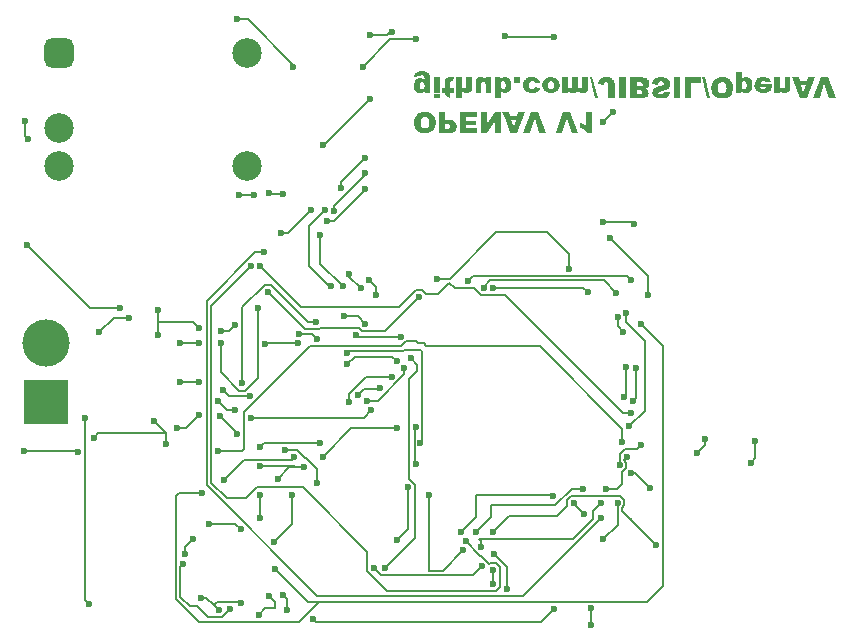
<source format=gbr>
%TF.GenerationSoftware,KiCad,Pcbnew,8.0.5*%
%TF.CreationDate,2024-10-19T16:38:56-04:00*%
%TF.ProjectId,emerald_pcb,656d6572-616c-4645-9f70-63622e6b6963,rev?*%
%TF.SameCoordinates,Original*%
%TF.FileFunction,Copper,L2,Bot*%
%TF.FilePolarity,Positive*%
%FSLAX46Y46*%
G04 Gerber Fmt 4.6, Leading zero omitted, Abs format (unit mm)*
G04 Created by KiCad (PCBNEW 8.0.5) date 2024-10-19 16:38:56*
%MOMM*%
%LPD*%
G01*
G04 APERTURE LIST*
G04 Aperture macros list*
%AMRoundRect*
0 Rectangle with rounded corners*
0 $1 Rounding radius*
0 $2 $3 $4 $5 $6 $7 $8 $9 X,Y pos of 4 corners*
0 Add a 4 corners polygon primitive as box body*
4,1,4,$2,$3,$4,$5,$6,$7,$8,$9,$2,$3,0*
0 Add four circle primitives for the rounded corners*
1,1,$1+$1,$2,$3*
1,1,$1+$1,$4,$5*
1,1,$1+$1,$6,$7*
1,1,$1+$1,$8,$9*
0 Add four rect primitives between the rounded corners*
20,1,$1+$1,$2,$3,$4,$5,0*
20,1,$1+$1,$4,$5,$6,$7,0*
20,1,$1+$1,$6,$7,$8,$9,0*
20,1,$1+$1,$8,$9,$2,$3,0*%
G04 Aperture macros list end*
%ADD10C,0.312500*%
%TA.AperFunction,NonConductor*%
%ADD11C,0.312500*%
%TD*%
%TA.AperFunction,ComponentPad*%
%ADD12R,3.800000X3.800000*%
%TD*%
%TA.AperFunction,ComponentPad*%
%ADD13C,4.000000*%
%TD*%
%TA.AperFunction,ComponentPad*%
%ADD14RoundRect,0.625000X-0.625000X-0.625000X0.625000X-0.625000X0.625000X0.625000X-0.625000X0.625000X0*%
%TD*%
%TA.AperFunction,ComponentPad*%
%ADD15C,2.500000*%
%TD*%
%TA.AperFunction,ViaPad*%
%ADD16C,0.600000*%
%TD*%
%TA.AperFunction,Conductor*%
%ADD17C,0.200000*%
%TD*%
G04 APERTURE END LIST*
D10*
D11*
G36*
X74080044Y-44710569D02*
G01*
X74167409Y-44715359D01*
X74265994Y-44728131D01*
X74357757Y-44748568D01*
X74442698Y-44776668D01*
X74533173Y-44819137D01*
X74580878Y-44847741D01*
X74657386Y-44904322D01*
X74725018Y-44969208D01*
X74783774Y-45042397D01*
X74833653Y-45123891D01*
X74858096Y-45174654D01*
X74888650Y-45257236D01*
X74911871Y-45347541D01*
X74927760Y-45445570D01*
X74935398Y-45533161D01*
X74937944Y-45626115D01*
X74937712Y-45652272D01*
X74932132Y-45753234D01*
X74919112Y-45848333D01*
X74898653Y-45937568D01*
X74870753Y-46020939D01*
X74825416Y-46116907D01*
X74768455Y-46203714D01*
X74699869Y-46281358D01*
X74669321Y-46309721D01*
X74586057Y-46372624D01*
X74492942Y-46424091D01*
X74411357Y-46457029D01*
X74323468Y-46482648D01*
X74229274Y-46500947D01*
X74128775Y-46511927D01*
X74021973Y-46515586D01*
X73969067Y-46514655D01*
X73867674Y-46507202D01*
X73772171Y-46492295D01*
X73682559Y-46469935D01*
X73598837Y-46440123D01*
X73521006Y-46402856D01*
X73432000Y-46345793D01*
X73352198Y-46277083D01*
X73323109Y-46246584D01*
X73258599Y-46163865D01*
X73205818Y-46071899D01*
X73172038Y-45991670D01*
X73145765Y-45905524D01*
X73126998Y-45813461D01*
X73115738Y-45715480D01*
X73111985Y-45611583D01*
X73656524Y-45611583D01*
X73656913Y-45644069D01*
X73662749Y-45734494D01*
X73678407Y-45826658D01*
X73707973Y-45914407D01*
X73756114Y-45990709D01*
X73775435Y-46011180D01*
X73848030Y-46064875D01*
X73933231Y-46096197D01*
X74020690Y-46105258D01*
X74052280Y-46104267D01*
X74139521Y-46089390D01*
X74223211Y-46051924D01*
X74292960Y-45992418D01*
X74305123Y-45977799D01*
X74350147Y-45899285D01*
X74376828Y-45812010D01*
X74389874Y-45722145D01*
X74393405Y-45635091D01*
X74393029Y-45599508D01*
X74387394Y-45501093D01*
X74372274Y-45402078D01*
X74343723Y-45309754D01*
X74297234Y-45232457D01*
X74278504Y-45212444D01*
X74205975Y-45159950D01*
X74117919Y-45129330D01*
X74025392Y-45120471D01*
X73994043Y-45121478D01*
X73907523Y-45136580D01*
X73824634Y-45174614D01*
X73755687Y-45235021D01*
X73743679Y-45249916D01*
X73699230Y-45331199D01*
X73672890Y-45423035D01*
X73660010Y-45518512D01*
X73656524Y-45611583D01*
X73111985Y-45611583D01*
X73113052Y-45555099D01*
X73119572Y-45464949D01*
X73135219Y-45363354D01*
X73159402Y-45268941D01*
X73192120Y-45181712D01*
X73233374Y-45101665D01*
X73264876Y-45052511D01*
X73325566Y-44974719D01*
X73393332Y-44907400D01*
X73468176Y-44850552D01*
X73550095Y-44804177D01*
X73600538Y-44782138D01*
X73682238Y-44754589D01*
X73771181Y-44733652D01*
X73867367Y-44719326D01*
X73953054Y-44712439D01*
X74043771Y-44710143D01*
X74080044Y-44710569D01*
G37*
G36*
X75764584Y-45394023D02*
G01*
X76062500Y-45394023D01*
X76122801Y-45395327D01*
X76216693Y-45403293D01*
X76302320Y-45418501D01*
X76394163Y-45446311D01*
X76474105Y-45484548D01*
X76552329Y-45542340D01*
X76606945Y-45602016D01*
X76656383Y-45681893D01*
X76690440Y-45772815D01*
X76707390Y-45859539D01*
X76713040Y-45954377D01*
X76709440Y-46031527D01*
X76695616Y-46116558D01*
X76666383Y-46205353D01*
X76623037Y-46282940D01*
X76565579Y-46349318D01*
X76556244Y-46357865D01*
X76482765Y-46410093D01*
X76395051Y-46449026D01*
X76308538Y-46471817D01*
X76211566Y-46484840D01*
X76122766Y-46488231D01*
X75217480Y-46488231D01*
X75217480Y-46132614D01*
X75764584Y-46132614D01*
X75919740Y-46132614D01*
X75956365Y-46131732D01*
X76047967Y-46118509D01*
X76127468Y-46076194D01*
X76163444Y-46026608D01*
X76183033Y-45939418D01*
X76170843Y-45872215D01*
X76119347Y-45802642D01*
X76076085Y-45777021D01*
X75987333Y-45754817D01*
X75897941Y-45749641D01*
X75764584Y-45749641D01*
X75764584Y-46132614D01*
X75217480Y-46132614D01*
X75217480Y-44737499D01*
X75764584Y-44737499D01*
X75764584Y-45394023D01*
G37*
G36*
X76986592Y-46488231D02*
G01*
X78445821Y-46488231D01*
X78445821Y-46077903D01*
X77532414Y-46077903D01*
X77532414Y-45831706D01*
X78379998Y-45831706D01*
X78379998Y-45476089D01*
X77532414Y-45476089D01*
X77532414Y-45147826D01*
X78472322Y-45147826D01*
X78472322Y-44737499D01*
X76986592Y-44737499D01*
X76986592Y-46488231D01*
G37*
G36*
X78759124Y-46488231D02*
G01*
X79267759Y-46488231D01*
X79931550Y-45501734D01*
X79931550Y-46488231D01*
X80444460Y-46488231D01*
X80444460Y-44737499D01*
X79931550Y-44737499D01*
X79271179Y-45718866D01*
X79271179Y-44737499D01*
X78759124Y-44737499D01*
X78759124Y-46488231D01*
G37*
G36*
X81235624Y-45038406D02*
G01*
X81855818Y-45038406D01*
X81942158Y-44737499D01*
X82511915Y-44737499D01*
X81849834Y-46488231D01*
X81255713Y-46488231D01*
X80852257Y-45421378D01*
X81353166Y-45421378D01*
X81546789Y-46041145D01*
X81741695Y-45421378D01*
X81353166Y-45421378D01*
X80852257Y-45421378D01*
X80593632Y-44737499D01*
X81150139Y-44737499D01*
X81235624Y-45038406D01*
G37*
G36*
X82366591Y-46488231D02*
G01*
X82936348Y-46488231D01*
X83332998Y-45228182D01*
X83723665Y-46488231D01*
X84276753Y-46488231D01*
X83622793Y-44737499D01*
X83032519Y-44737499D01*
X82366591Y-46488231D01*
G37*
G36*
X85088433Y-46488231D02*
G01*
X85658190Y-46488231D01*
X86054841Y-45228182D01*
X86445507Y-46488231D01*
X86998595Y-46488231D01*
X86344635Y-44737499D01*
X85754361Y-44737499D01*
X85088433Y-46488231D01*
G37*
G36*
X88197522Y-46515586D02*
G01*
X88197522Y-44737499D01*
X87702137Y-44737499D01*
X87702137Y-45901804D01*
X87627821Y-45847032D01*
X87555009Y-45799189D01*
X87476651Y-45754564D01*
X87469617Y-45750923D01*
X87385616Y-45711808D01*
X87297593Y-45677214D01*
X87208880Y-45646864D01*
X87187944Y-45640220D01*
X87187944Y-46050548D01*
X87277774Y-46081328D01*
X87359729Y-46114361D01*
X87445392Y-46155749D01*
X87520337Y-46200205D01*
X87576046Y-46240752D01*
X87641335Y-46299764D01*
X87699145Y-46365240D01*
X87749474Y-46437181D01*
X87792323Y-46515586D01*
X88197522Y-46515586D01*
G37*
G36*
X73825824Y-41278016D02*
G01*
X73915537Y-41282017D01*
X74008160Y-41292094D01*
X74093353Y-41308097D01*
X74148199Y-41323007D01*
X74232037Y-41357037D01*
X74308347Y-41405977D01*
X74343924Y-41437527D01*
X74401312Y-41506756D01*
X74444269Y-41582931D01*
X74466708Y-41638363D01*
X74488347Y-41724215D01*
X74495560Y-41813313D01*
X74494277Y-41870161D01*
X74494277Y-43083193D01*
X74036078Y-43083193D01*
X74036078Y-42908803D01*
X73998625Y-42953169D01*
X73931566Y-43015519D01*
X73854849Y-43063531D01*
X73782277Y-43090300D01*
X73697380Y-43105957D01*
X73609508Y-43110548D01*
X73552553Y-43108097D01*
X73459568Y-43092012D01*
X73375092Y-43060915D01*
X73299124Y-43014805D01*
X73231664Y-42953683D01*
X73214221Y-42933519D01*
X73162034Y-42854188D01*
X73128274Y-42775348D01*
X73104642Y-42686500D01*
X73091138Y-42587645D01*
X73087622Y-42497621D01*
X73088580Y-42469838D01*
X73575741Y-42469838D01*
X73578420Y-42538580D01*
X73593457Y-42628174D01*
X73631734Y-42709623D01*
X73697130Y-42764120D01*
X73781332Y-42782286D01*
X73787155Y-42782209D01*
X73872707Y-42760090D01*
X73939907Y-42703639D01*
X73974168Y-42647640D01*
X73998531Y-42562369D01*
X74004876Y-42476249D01*
X74002697Y-42423245D01*
X73985266Y-42332925D01*
X73942899Y-42253988D01*
X73873656Y-42198851D01*
X73789881Y-42180471D01*
X73703007Y-42198209D01*
X73634726Y-42251424D01*
X73608920Y-42291842D01*
X73582711Y-42377692D01*
X73575741Y-42469838D01*
X73088580Y-42469838D01*
X73090356Y-42418370D01*
X73100854Y-42329853D01*
X73123054Y-42235661D01*
X73155972Y-42151246D01*
X73199607Y-42076607D01*
X73219654Y-42049434D01*
X73284424Y-41978433D01*
X73356136Y-41923210D01*
X73434791Y-41883765D01*
X73520388Y-41860098D01*
X73612927Y-41852209D01*
X73693144Y-41857969D01*
X73777237Y-41877611D01*
X73856987Y-41911194D01*
X73866016Y-41916127D01*
X73938251Y-41968460D01*
X74001456Y-42033010D01*
X74001456Y-41848362D01*
X74001251Y-41831848D01*
X73989904Y-41739888D01*
X73948883Y-41659868D01*
X73878279Y-41617846D01*
X73790736Y-41606012D01*
X73737842Y-41609750D01*
X73654815Y-41637642D01*
X73648011Y-41641957D01*
X73599677Y-41715433D01*
X73125235Y-41770143D01*
X73122670Y-41704747D01*
X73129543Y-41623260D01*
X73154226Y-41539398D01*
X73203454Y-41456868D01*
X73266285Y-41394009D01*
X73317050Y-41360517D01*
X73407897Y-41323164D01*
X73504127Y-41300003D01*
X73597267Y-41286946D01*
X73702179Y-41279566D01*
X73794583Y-41277750D01*
X73825824Y-41278016D01*
G37*
G36*
X74798604Y-43548231D02*
G01*
X75288005Y-43548231D01*
X75288005Y-43219969D01*
X74798604Y-43219969D01*
X74798604Y-43548231D01*
G37*
G36*
X74798604Y-43083193D02*
G01*
X75288005Y-43083193D01*
X75288005Y-41797499D01*
X74798604Y-41797499D01*
X74798604Y-43083193D01*
G37*
G36*
X76186453Y-43548231D02*
G01*
X76186453Y-43083193D01*
X76455730Y-43083193D01*
X76455730Y-42727575D01*
X76186453Y-42727575D01*
X76186453Y-42253988D01*
X76193264Y-42167017D01*
X76202267Y-42141148D01*
X76279079Y-42098573D01*
X76286470Y-42098406D01*
X76375931Y-42112396D01*
X76437779Y-42130890D01*
X76473682Y-41807757D01*
X76384377Y-41791301D01*
X76298118Y-41779547D01*
X76204716Y-41771943D01*
X76134734Y-41770143D01*
X76049276Y-41773082D01*
X75959358Y-41785020D01*
X75876251Y-41811467D01*
X75865029Y-41817160D01*
X75793947Y-41872439D01*
X75745397Y-41943522D01*
X75737229Y-41961202D01*
X75711964Y-42050421D01*
X75700668Y-42139345D01*
X75696133Y-42234226D01*
X75695769Y-42273650D01*
X75695769Y-42727575D01*
X75515823Y-42727575D01*
X75515823Y-43083193D01*
X75695769Y-43083193D01*
X75695769Y-43307591D01*
X76186453Y-43548231D01*
G37*
G36*
X76683548Y-43548231D02*
G01*
X77172950Y-43548231D01*
X77172950Y-42914360D01*
X77235068Y-42974458D01*
X77303109Y-43026971D01*
X77370847Y-43065241D01*
X77456995Y-43094576D01*
X77547035Y-43108380D01*
X77604221Y-43110548D01*
X77698709Y-43102908D01*
X77782564Y-43079987D01*
X77864193Y-43035937D01*
X77918379Y-42988305D01*
X77973959Y-42909403D01*
X78008093Y-42821841D01*
X78026170Y-42731769D01*
X78032907Y-42644570D01*
X78033356Y-42613453D01*
X78033356Y-41797499D01*
X77541817Y-41797499D01*
X77541817Y-42505742D01*
X77534481Y-42592590D01*
X77500100Y-42673944D01*
X77497365Y-42677139D01*
X77423559Y-42721616D01*
X77372557Y-42727575D01*
X77287505Y-42708395D01*
X77228087Y-42659615D01*
X77190396Y-42579533D01*
X77175588Y-42487685D01*
X77172950Y-42415982D01*
X77172950Y-41797499D01*
X76683548Y-41797499D01*
X76683548Y-43548231D01*
G37*
G36*
X79661418Y-41797499D02*
G01*
X79204501Y-41797499D01*
X79204501Y-42005654D01*
X79146903Y-41939789D01*
X79082589Y-41880166D01*
X79011458Y-41831070D01*
X78998482Y-41823999D01*
X78913852Y-41791181D01*
X78824446Y-41774403D01*
X78742882Y-41770143D01*
X78647432Y-41777730D01*
X78562829Y-41800490D01*
X78480614Y-41844233D01*
X78426160Y-41891532D01*
X78370786Y-41970399D01*
X78336779Y-42057875D01*
X78318769Y-42147827D01*
X78312057Y-42234891D01*
X78311610Y-42265956D01*
X78311610Y-43083193D01*
X78803148Y-43083193D01*
X78803148Y-42375805D01*
X78810485Y-42289092D01*
X78844866Y-42207227D01*
X78847601Y-42203980D01*
X78921407Y-42159126D01*
X78972409Y-42153116D01*
X79056793Y-42172176D01*
X79116024Y-42220649D01*
X79154300Y-42300731D01*
X79169337Y-42392579D01*
X79172016Y-42464281D01*
X79172016Y-43083193D01*
X79661418Y-43083193D01*
X79661418Y-41797499D01*
G37*
G36*
X80839242Y-41770452D02*
G01*
X80929327Y-41781263D01*
X81014153Y-41807518D01*
X81093719Y-41849217D01*
X81123759Y-41870248D01*
X81191496Y-41933869D01*
X81243465Y-42004618D01*
X81286915Y-42088147D01*
X81291201Y-42098214D01*
X81320594Y-42182229D01*
X81341277Y-42272443D01*
X81353252Y-42368854D01*
X81356585Y-42458298D01*
X81355244Y-42516150D01*
X81347048Y-42606828D01*
X81327379Y-42706164D01*
X81296980Y-42795162D01*
X81255852Y-42873821D01*
X81203995Y-42942143D01*
X81164591Y-42981613D01*
X81089593Y-43038022D01*
X81006905Y-43078314D01*
X80916526Y-43102490D01*
X80818457Y-43110548D01*
X80783552Y-43109703D01*
X80697387Y-43099594D01*
X80612011Y-43075927D01*
X80589030Y-43066830D01*
X80513541Y-43026369D01*
X80445743Y-42972490D01*
X80445743Y-43548231D01*
X79951639Y-43548231D01*
X79951639Y-42448467D01*
X80441896Y-42448467D01*
X80445823Y-42527300D01*
X80464046Y-42618161D01*
X80504727Y-42699365D01*
X80512778Y-42709406D01*
X80582314Y-42764066D01*
X80668004Y-42782286D01*
X80744726Y-42762410D01*
X80809054Y-42702785D01*
X80844737Y-42630476D01*
X80862979Y-42541911D01*
X80867611Y-42453596D01*
X80867553Y-42441683D01*
X80862878Y-42354161D01*
X80846515Y-42264218D01*
X80807772Y-42179616D01*
X80745874Y-42121326D01*
X80660737Y-42098406D01*
X80654839Y-42098486D01*
X80569207Y-42121687D01*
X80503872Y-42180899D01*
X80496368Y-42191661D01*
X80461506Y-42272925D01*
X80445769Y-42362501D01*
X80441896Y-42448467D01*
X79951639Y-42448467D01*
X79951639Y-41797499D01*
X80409412Y-41797499D01*
X80409412Y-41969751D01*
X80444499Y-41931313D01*
X80511698Y-41869042D01*
X80585083Y-41821007D01*
X80646914Y-41796420D01*
X80734720Y-41776154D01*
X80820594Y-41770143D01*
X80839242Y-41770452D01*
G37*
G36*
X81583121Y-42289892D02*
G01*
X82105861Y-42289892D01*
X82105861Y-41797499D01*
X81583121Y-41797499D01*
X81583121Y-42289892D01*
G37*
G36*
X83349241Y-42289892D02*
G01*
X83814706Y-42235182D01*
X83785822Y-42150164D01*
X83747253Y-42072493D01*
X83693643Y-41995540D01*
X83688189Y-41988985D01*
X83622191Y-41923033D01*
X83552200Y-41872543D01*
X83472692Y-41831070D01*
X83464218Y-41827418D01*
X83381673Y-41799732D01*
X83287429Y-41781106D01*
X83193837Y-41772157D01*
X83117576Y-41770143D01*
X83031817Y-41771964D01*
X82941771Y-41778502D01*
X82850623Y-41791541D01*
X82778628Y-41808184D01*
X82697885Y-41836551D01*
X82617552Y-41878361D01*
X82546109Y-41931283D01*
X82484303Y-41993245D01*
X82432295Y-42062176D01*
X82393518Y-42130890D01*
X82362126Y-42218482D01*
X82346134Y-42303296D01*
X82339242Y-42388621D01*
X82338381Y-42434789D01*
X82342601Y-42529597D01*
X82355264Y-42616124D01*
X82379599Y-42703568D01*
X82405914Y-42764334D01*
X82451777Y-42839504D01*
X82509491Y-42908044D01*
X82540125Y-42937441D01*
X82610358Y-42993185D01*
X82687728Y-43038860D01*
X82715797Y-43051563D01*
X82802696Y-43080076D01*
X82890612Y-43097588D01*
X82975778Y-43106862D01*
X83068634Y-43110490D01*
X83082527Y-43110548D01*
X83176546Y-43107824D01*
X83263323Y-43099654D01*
X83357896Y-43082659D01*
X83442040Y-43057819D01*
X83527028Y-43018927D01*
X83559106Y-42998990D01*
X83626230Y-42945254D01*
X83683986Y-42881660D01*
X83732375Y-42808208D01*
X83771396Y-42724897D01*
X83789488Y-42672865D01*
X83329152Y-42618154D01*
X83293403Y-42697150D01*
X83250078Y-42740825D01*
X83168709Y-42775443D01*
X83097060Y-42782286D01*
X83006050Y-42767613D01*
X82930277Y-42723595D01*
X82900444Y-42693381D01*
X82854603Y-42614161D01*
X82832564Y-42528492D01*
X82825291Y-42436116D01*
X82825218Y-42424958D01*
X82832480Y-42332294D01*
X82857247Y-42247719D01*
X82899590Y-42181326D01*
X82967065Y-42127638D01*
X83054721Y-42100430D01*
X83089794Y-42098406D01*
X83178271Y-42110160D01*
X83251360Y-42145422D01*
X83311555Y-42209612D01*
X83349241Y-42289892D01*
G37*
G36*
X84805020Y-41774756D02*
G01*
X84901957Y-41788593D01*
X84991568Y-41811654D01*
X85073854Y-41843941D01*
X85162927Y-41894861D01*
X85241451Y-41959065D01*
X85287232Y-42007965D01*
X85344459Y-42087576D01*
X85387951Y-42174701D01*
X85417709Y-42269339D01*
X85432015Y-42353943D01*
X85436784Y-42443765D01*
X85436168Y-42476351D01*
X85426927Y-42570203D01*
X85406596Y-42658194D01*
X85375175Y-42740325D01*
X85332664Y-42816595D01*
X85279064Y-42887005D01*
X85227192Y-42939398D01*
X85154106Y-42995065D01*
X85071858Y-43039818D01*
X84980448Y-43073655D01*
X84879876Y-43096577D01*
X84792822Y-43107055D01*
X84699904Y-43110548D01*
X84598421Y-43105904D01*
X84503680Y-43091973D01*
X84415681Y-43068755D01*
X84334422Y-43036250D01*
X84245810Y-42984984D01*
X84166905Y-42920344D01*
X84131691Y-42883775D01*
X84071654Y-42805206D01*
X84025472Y-42719394D01*
X83993145Y-42626339D01*
X83974672Y-42526041D01*
X83970070Y-42440773D01*
X84460546Y-42440773D01*
X84466057Y-42530907D01*
X84487761Y-42622061D01*
X84530216Y-42697656D01*
X84548214Y-42717491D01*
X84620361Y-42766087D01*
X84706742Y-42782286D01*
X84725370Y-42781553D01*
X84809945Y-42755914D01*
X84876003Y-42698938D01*
X84917937Y-42624486D01*
X84939375Y-42534695D01*
X84944818Y-42445902D01*
X84944752Y-42434593D01*
X84938181Y-42341600D01*
X84918271Y-42256833D01*
X84876857Y-42180899D01*
X84863784Y-42166156D01*
X84788501Y-42114195D01*
X84703323Y-42098406D01*
X84684000Y-42099142D01*
X84596739Y-42124913D01*
X84529361Y-42182181D01*
X84525127Y-42187506D01*
X84484806Y-42265274D01*
X84465989Y-42349640D01*
X84460546Y-42440773D01*
X83970070Y-42440773D01*
X83969862Y-42436926D01*
X83970773Y-42397969D01*
X83981029Y-42304710D01*
X84002680Y-42217357D01*
X84035726Y-42135910D01*
X84080167Y-42060370D01*
X84136004Y-41990736D01*
X84203236Y-41927008D01*
X84252523Y-41890243D01*
X84333367Y-41844287D01*
X84422505Y-41809360D01*
X84519938Y-41785462D01*
X84607468Y-41773973D01*
X84700758Y-41770143D01*
X84805020Y-41774756D01*
G37*
G36*
X85666311Y-43083193D02*
G01*
X86123229Y-43083193D01*
X86123229Y-42894271D01*
X86185063Y-42960872D01*
X86253371Y-43018900D01*
X86321981Y-43060967D01*
X86403145Y-43091180D01*
X86487789Y-43106626D01*
X86564331Y-43110548D01*
X86653707Y-43105247D01*
X86737556Y-43087170D01*
X86806254Y-43056265D01*
X86877828Y-42998541D01*
X86933154Y-42926626D01*
X86951578Y-42894271D01*
X87014871Y-42958600D01*
X87081389Y-43015167D01*
X87155921Y-43062331D01*
X87161871Y-43065241D01*
X87246581Y-43094576D01*
X87337673Y-43108380D01*
X87396528Y-43110548D01*
X87482158Y-43104678D01*
X87569453Y-43083594D01*
X87654185Y-43041546D01*
X87717524Y-42987877D01*
X87768014Y-42917886D01*
X87804077Y-42830585D01*
X87823800Y-42739996D01*
X87831914Y-42651799D01*
X87832929Y-42604049D01*
X87832929Y-41797499D01*
X87342245Y-41797499D01*
X87342245Y-42530960D01*
X87330341Y-42619039D01*
X87308478Y-42660897D01*
X87241519Y-42716571D01*
X87185807Y-42727575D01*
X87099224Y-42707560D01*
X87046467Y-42664316D01*
X87006716Y-42582358D01*
X86994294Y-42495784D01*
X86993466Y-42462144D01*
X86993466Y-41797499D01*
X86503210Y-41797499D01*
X86503210Y-42504887D01*
X86499160Y-42592586D01*
X86493806Y-42619864D01*
X86446537Y-42691960D01*
X86439523Y-42697656D01*
X86358917Y-42727312D01*
X86349337Y-42727575D01*
X86264075Y-42707289D01*
X86210851Y-42663462D01*
X86172195Y-42585323D01*
X86158310Y-42496846D01*
X86156995Y-42453168D01*
X86156995Y-41797499D01*
X85666311Y-41797499D01*
X85666311Y-43083193D01*
G37*
G36*
X88406106Y-43575586D02*
G01*
X88656149Y-43575586D01*
X88213764Y-41770143D01*
X87966285Y-41770143D01*
X88406106Y-43575586D01*
G37*
G36*
X89559298Y-43548231D02*
G01*
X90104692Y-43548231D01*
X90104692Y-42598493D01*
X90103388Y-42508479D01*
X90098379Y-42409664D01*
X90089614Y-42320886D01*
X90074639Y-42229999D01*
X90051264Y-42142858D01*
X90012623Y-42058855D01*
X89956807Y-41982358D01*
X89892773Y-41920662D01*
X89835842Y-41878282D01*
X89760800Y-41836146D01*
X89677045Y-41804359D01*
X89584578Y-41782921D01*
X89498385Y-41772783D01*
X89421667Y-41770143D01*
X89325872Y-41772638D01*
X89238522Y-41780121D01*
X89147288Y-41795157D01*
X89057094Y-41820655D01*
X89008347Y-41841096D01*
X88931155Y-41886180D01*
X88864512Y-41941609D01*
X88808418Y-42007385D01*
X88781812Y-42048397D01*
X88742025Y-42130439D01*
X88715345Y-42211937D01*
X88696838Y-42301502D01*
X88687351Y-42386490D01*
X89207955Y-42454023D01*
X89212513Y-42367747D01*
X89228471Y-42289037D01*
X89277221Y-42215478D01*
X89293440Y-42202270D01*
X89378764Y-42180493D01*
X89382344Y-42180471D01*
X89465778Y-42199410D01*
X89516556Y-42247577D01*
X89547235Y-42330775D01*
X89557796Y-42417572D01*
X89559298Y-42474112D01*
X89559298Y-43548231D01*
G37*
G36*
X90480399Y-43548231D02*
G01*
X91025793Y-43548231D01*
X91025793Y-41797499D01*
X90480399Y-41797499D01*
X90480399Y-43548231D01*
G37*
G36*
X92414664Y-41800985D02*
G01*
X92502540Y-41810305D01*
X92596153Y-41822289D01*
X92637718Y-41828586D01*
X92723510Y-41848211D01*
X92803026Y-41881701D01*
X92867624Y-41927165D01*
X92928076Y-41987782D01*
X92977416Y-42059510D01*
X93011000Y-42132523D01*
X93033577Y-42219201D01*
X93041102Y-42312546D01*
X93040313Y-42344485D01*
X93028480Y-42434081D01*
X92998677Y-42522688D01*
X92951343Y-42599775D01*
X92914297Y-42640212D01*
X92845430Y-42692020D01*
X92760604Y-42733212D01*
X92671807Y-42760914D01*
X92716506Y-42777499D01*
X92793282Y-42816889D01*
X92861584Y-42873327D01*
X92873385Y-42886850D01*
X92920969Y-42959420D01*
X92949520Y-43040255D01*
X92959036Y-43129355D01*
X92954243Y-43194019D01*
X92929077Y-43283466D01*
X92882340Y-43363851D01*
X92822688Y-43427697D01*
X92786751Y-43455948D01*
X92703777Y-43501148D01*
X92619035Y-43528338D01*
X92522961Y-43543994D01*
X92431594Y-43548231D01*
X91412185Y-43548231D01*
X91412185Y-43192614D01*
X91961427Y-43192614D01*
X92202067Y-43192614D01*
X92209715Y-43192576D01*
X92296080Y-43185169D01*
X92375601Y-43153718D01*
X92399776Y-43129439D01*
X92425610Y-43045579D01*
X92421654Y-43006277D01*
X92375601Y-42931030D01*
X92372400Y-42928610D01*
X92288942Y-42898196D01*
X92198220Y-42891706D01*
X91961427Y-42891706D01*
X91961427Y-43192614D01*
X91412185Y-43192614D01*
X91412185Y-42563444D01*
X91961427Y-42563444D01*
X92237971Y-42563444D01*
X92272418Y-42562703D01*
X92359573Y-42551583D01*
X92438005Y-42516000D01*
X92472907Y-42476410D01*
X92495280Y-42391192D01*
X92485757Y-42328697D01*
X92437578Y-42257408D01*
X92408365Y-42238089D01*
X92326133Y-42213685D01*
X92239253Y-42207826D01*
X91961427Y-42207826D01*
X91961427Y-42563444D01*
X91412185Y-42563444D01*
X91412185Y-41797499D01*
X92352093Y-41797499D01*
X92414664Y-41800985D01*
G37*
G36*
X93220621Y-42392902D02*
G01*
X93738660Y-42426668D01*
X93756091Y-42337290D01*
X93788885Y-42255045D01*
X93807048Y-42227061D01*
X93873473Y-42164033D01*
X93956969Y-42127168D01*
X94047688Y-42116358D01*
X94133608Y-42125246D01*
X94214952Y-42160589D01*
X94227206Y-42170213D01*
X94280025Y-42240345D01*
X94290465Y-42295449D01*
X94264511Y-42377827D01*
X94230198Y-42415982D01*
X94155337Y-42458405D01*
X94072766Y-42486618D01*
X93978251Y-42510901D01*
X93951517Y-42516855D01*
X93865177Y-42537451D01*
X93766269Y-42565526D01*
X93677378Y-42596189D01*
X93598504Y-42629439D01*
X93517080Y-42672756D01*
X93440317Y-42728003D01*
X93380361Y-42789262D01*
X93329871Y-42867788D01*
X93298616Y-42955397D01*
X93286594Y-43052088D01*
X93286444Y-43064814D01*
X93295737Y-43155610D01*
X93323617Y-43242871D01*
X93365090Y-43319131D01*
X93422008Y-43388922D01*
X93494453Y-43448695D01*
X93572930Y-43493925D01*
X93601884Y-43507198D01*
X93688277Y-43537118D01*
X93775880Y-43556286D01*
X93874691Y-43568908D01*
X93968307Y-43574518D01*
X94035293Y-43575586D01*
X94137013Y-43572560D01*
X94230865Y-43563482D01*
X94316848Y-43548351D01*
X94409643Y-43522204D01*
X94491108Y-43487342D01*
X94550340Y-43451633D01*
X94621072Y-43390409D01*
X94678060Y-43315194D01*
X94721303Y-43225990D01*
X94747429Y-43138395D01*
X94761488Y-43057547D01*
X94248150Y-43028482D01*
X94224074Y-43111255D01*
X94174105Y-43184852D01*
X94162238Y-43195178D01*
X94084340Y-43234288D01*
X93995667Y-43247120D01*
X93981437Y-43247324D01*
X93893767Y-43236105D01*
X93838250Y-43207574D01*
X93792669Y-43135028D01*
X93790378Y-43110975D01*
X93830129Y-43036176D01*
X93913029Y-42997228D01*
X94003740Y-42974338D01*
X94012639Y-42972490D01*
X94098698Y-42953536D01*
X94197369Y-42929731D01*
X94286148Y-42905801D01*
X94379623Y-42876920D01*
X94470674Y-42842998D01*
X94523839Y-42818617D01*
X94604179Y-42771884D01*
X94677743Y-42712979D01*
X94734778Y-42646728D01*
X94748665Y-42625421D01*
X94788817Y-42542848D01*
X94812303Y-42453810D01*
X94819190Y-42367256D01*
X94811752Y-42275037D01*
X94789437Y-42186876D01*
X94752246Y-42102772D01*
X94725157Y-42057800D01*
X94666586Y-41983629D01*
X94596183Y-41920276D01*
X94523667Y-41873046D01*
X94463145Y-41843233D01*
X94373653Y-41811256D01*
X94286319Y-41790771D01*
X94190558Y-41777281D01*
X94101771Y-41771285D01*
X94039139Y-41770143D01*
X93931048Y-41772888D01*
X93831598Y-41781123D01*
X93740790Y-41794847D01*
X93639433Y-41819723D01*
X93551579Y-41853176D01*
X93463979Y-41904642D01*
X93416381Y-41945815D01*
X93356755Y-42015188D01*
X93307708Y-42091233D01*
X93269240Y-42173950D01*
X93241351Y-42263338D01*
X93224040Y-42359399D01*
X93220621Y-42392902D01*
G37*
G36*
X95105137Y-43548231D02*
G01*
X95650532Y-43548231D01*
X95650532Y-41797499D01*
X95105137Y-41797499D01*
X95105137Y-43548231D01*
G37*
G36*
X96035642Y-43548231D02*
G01*
X96580181Y-43548231D01*
X96580181Y-42235182D01*
X97429902Y-42235182D01*
X97429902Y-41797499D01*
X96035642Y-41797499D01*
X96035642Y-43548231D01*
G37*
G36*
X97929134Y-43575586D02*
G01*
X98179178Y-43575586D01*
X97736793Y-41770143D01*
X97489314Y-41770143D01*
X97929134Y-43575586D01*
G37*
G36*
X99248537Y-41770569D02*
G01*
X99335902Y-41775359D01*
X99434487Y-41788131D01*
X99526250Y-41808568D01*
X99611190Y-41836668D01*
X99701666Y-41879137D01*
X99749370Y-41907741D01*
X99825879Y-41964322D01*
X99893511Y-42029208D01*
X99952266Y-42102397D01*
X100002145Y-42183891D01*
X100026589Y-42234654D01*
X100057143Y-42317236D01*
X100080364Y-42407541D01*
X100096252Y-42505570D01*
X100103891Y-42593161D01*
X100106437Y-42686115D01*
X100106205Y-42712272D01*
X100100625Y-42813234D01*
X100087605Y-42908333D01*
X100067145Y-42997568D01*
X100039246Y-43080939D01*
X99993909Y-43176907D01*
X99936948Y-43263714D01*
X99868361Y-43341358D01*
X99837814Y-43369721D01*
X99754549Y-43432624D01*
X99661434Y-43484091D01*
X99579849Y-43517029D01*
X99491960Y-43542648D01*
X99397766Y-43560947D01*
X99297268Y-43571927D01*
X99190465Y-43575586D01*
X99137560Y-43574655D01*
X99036167Y-43567202D01*
X98940664Y-43552295D01*
X98851051Y-43529935D01*
X98767330Y-43500123D01*
X98689498Y-43462856D01*
X98600492Y-43405793D01*
X98520690Y-43337083D01*
X98491602Y-43306584D01*
X98427092Y-43223865D01*
X98374311Y-43131899D01*
X98340531Y-43051670D01*
X98314257Y-42965524D01*
X98295491Y-42873461D01*
X98284231Y-42775480D01*
X98280478Y-42671583D01*
X98825017Y-42671583D01*
X98825406Y-42704069D01*
X98831241Y-42794494D01*
X98846900Y-42886658D01*
X98876465Y-42974407D01*
X98924607Y-43050709D01*
X98943927Y-43071180D01*
X99016523Y-43124875D01*
X99101724Y-43156197D01*
X99189183Y-43165258D01*
X99220773Y-43164267D01*
X99308014Y-43149390D01*
X99391704Y-43111924D01*
X99461453Y-43052418D01*
X99473616Y-43037799D01*
X99518640Y-42959285D01*
X99545320Y-42872010D01*
X99558366Y-42782145D01*
X99561898Y-42695091D01*
X99561522Y-42659508D01*
X99555887Y-42561093D01*
X99540766Y-42462078D01*
X99512216Y-42369754D01*
X99465727Y-42292457D01*
X99446996Y-42272444D01*
X99374468Y-42219950D01*
X99286411Y-42189330D01*
X99193885Y-42180471D01*
X99162535Y-42181478D01*
X99076016Y-42196580D01*
X98993127Y-42234614D01*
X98924180Y-42295021D01*
X98912172Y-42309916D01*
X98867723Y-42391199D01*
X98841383Y-42483035D01*
X98828503Y-42578512D01*
X98825017Y-42671583D01*
X98280478Y-42671583D01*
X98281544Y-42615099D01*
X98288064Y-42524949D01*
X98303712Y-42423354D01*
X98327895Y-42328941D01*
X98360613Y-42241712D01*
X98401866Y-42161665D01*
X98433369Y-42112511D01*
X98494059Y-42034719D01*
X98561825Y-41967400D01*
X98636668Y-41910552D01*
X98718588Y-41864177D01*
X98769031Y-41842138D01*
X98850731Y-41814589D01*
X98939674Y-41793652D01*
X99035859Y-41779326D01*
X99121547Y-41772439D01*
X99212264Y-41770143D01*
X99248537Y-41770569D01*
G37*
G36*
X100852721Y-41907347D02*
G01*
X100871307Y-41890878D01*
X100941303Y-41841440D01*
X101018989Y-41804765D01*
X101048598Y-41794791D01*
X101136721Y-41775857D01*
X101225436Y-41770143D01*
X101282417Y-41772775D01*
X101376091Y-41790043D01*
X101462075Y-41823428D01*
X101540369Y-41872930D01*
X101610973Y-41938549D01*
X101646736Y-41983021D01*
X101691441Y-42058620D01*
X101725416Y-42144888D01*
X101748662Y-42241825D01*
X101759838Y-42330756D01*
X101763564Y-42427095D01*
X101762332Y-42480613D01*
X101754801Y-42566169D01*
X101736729Y-42662830D01*
X101708800Y-42752940D01*
X101671013Y-42836499D01*
X101623368Y-42913505D01*
X101566868Y-42980469D01*
X101490619Y-43041083D01*
X101403244Y-43082839D01*
X101319496Y-43103621D01*
X101227573Y-43110548D01*
X101164047Y-43107316D01*
X101074167Y-43090346D01*
X100990779Y-43058830D01*
X100950067Y-43035188D01*
X100879807Y-42977967D01*
X100816390Y-42911368D01*
X100816390Y-43083193D01*
X100358618Y-43083193D01*
X100358618Y-42433079D01*
X100848874Y-42433079D01*
X100853810Y-42528829D01*
X100870874Y-42616184D01*
X100911278Y-42699793D01*
X100915235Y-42704868D01*
X100981803Y-42761662D01*
X101067716Y-42782286D01*
X101147751Y-42761876D01*
X101214323Y-42700647D01*
X101251048Y-42626436D01*
X101269822Y-42535598D01*
X101274590Y-42445047D01*
X101274533Y-42433347D01*
X101270025Y-42347468D01*
X101254247Y-42259428D01*
X101216887Y-42177052D01*
X101156687Y-42120602D01*
X101073700Y-42098406D01*
X101067642Y-42098486D01*
X100979686Y-42121567D01*
X100912561Y-42180471D01*
X100873752Y-42254663D01*
X100853912Y-42344321D01*
X100848874Y-42433079D01*
X100358618Y-42433079D01*
X100358618Y-41305105D01*
X100852721Y-41305105D01*
X100852721Y-41907347D01*
G37*
G36*
X102751203Y-41772314D02*
G01*
X102847935Y-41780649D01*
X102935110Y-41795234D01*
X103024735Y-41820152D01*
X103111235Y-41859048D01*
X103140165Y-41876812D01*
X103213381Y-41934100D01*
X103272756Y-41996061D01*
X103327754Y-42069066D01*
X103378375Y-42153116D01*
X102896240Y-42207826D01*
X102879300Y-42188627D01*
X102810755Y-42132172D01*
X102761267Y-42111596D01*
X102673979Y-42098406D01*
X102646123Y-42099641D01*
X102559250Y-42123425D01*
X102488904Y-42177479D01*
X102485788Y-42180955D01*
X102443929Y-42257286D01*
X102425218Y-42344602D01*
X103406158Y-42344602D01*
X103406158Y-42398458D01*
X103405429Y-42443572D01*
X103399599Y-42528953D01*
X103385428Y-42620398D01*
X103359515Y-42714138D01*
X103323237Y-42796391D01*
X103289468Y-42851218D01*
X103228782Y-42923879D01*
X103156061Y-42985045D01*
X103081315Y-43029765D01*
X103017792Y-43057218D01*
X102933427Y-43082069D01*
X102838017Y-43099188D01*
X102747446Y-43107708D01*
X102648761Y-43110548D01*
X102546799Y-43106009D01*
X102451953Y-43092391D01*
X102364225Y-43069694D01*
X102283613Y-43037919D01*
X102196273Y-42987805D01*
X102119181Y-42924618D01*
X102074302Y-42876339D01*
X102018202Y-42797184D01*
X101975566Y-42709944D01*
X101946395Y-42614620D01*
X101942493Y-42590799D01*
X102426500Y-42590799D01*
X102437152Y-42638392D01*
X102482920Y-42715180D01*
X102501072Y-42730908D01*
X102582229Y-42771211D01*
X102669277Y-42782286D01*
X102750306Y-42773777D01*
X102832126Y-42737833D01*
X102884586Y-42674197D01*
X102908635Y-42590799D01*
X102426500Y-42590799D01*
X101942493Y-42590799D01*
X101932370Y-42529008D01*
X101927695Y-42437781D01*
X101927788Y-42424638D01*
X101933652Y-42335627D01*
X101951524Y-42240311D01*
X101981310Y-42151834D01*
X102023011Y-42070196D01*
X102060657Y-42014507D01*
X102116276Y-41949512D01*
X102186255Y-41889037D01*
X102264078Y-41841951D01*
X102302199Y-41825121D01*
X102388539Y-41798193D01*
X102475131Y-41781994D01*
X102572031Y-41772668D01*
X102663293Y-41770143D01*
X102751203Y-41772314D01*
G37*
G36*
X103621580Y-43083193D02*
G01*
X104077215Y-43083193D01*
X104077215Y-42874609D01*
X104134846Y-42940268D01*
X104199277Y-42999741D01*
X104270633Y-43048768D01*
X104283661Y-43055838D01*
X104368632Y-43089177D01*
X104457822Y-43106220D01*
X104538834Y-43110548D01*
X104634818Y-43102935D01*
X104719742Y-43080094D01*
X104802062Y-43036197D01*
X104856411Y-42988732D01*
X104911991Y-42909970D01*
X104946125Y-42822361D01*
X104964202Y-42732117D01*
X104970939Y-42644672D01*
X104971388Y-42613453D01*
X104971388Y-41797499D01*
X104479849Y-41797499D01*
X104479849Y-42505742D01*
X104472513Y-42592590D01*
X104438132Y-42673944D01*
X104435397Y-42677139D01*
X104361591Y-42721616D01*
X104310589Y-42727575D01*
X104225537Y-42708395D01*
X104166120Y-42659615D01*
X104128428Y-42579533D01*
X104113620Y-42487685D01*
X104110982Y-42415982D01*
X104110982Y-41797499D01*
X103621580Y-41797499D01*
X103621580Y-43083193D01*
G37*
G36*
X105751011Y-42098406D02*
G01*
X106371205Y-42098406D01*
X106457545Y-41797499D01*
X107027302Y-41797499D01*
X106365221Y-43548231D01*
X105771100Y-43548231D01*
X105367644Y-42481378D01*
X105868553Y-42481378D01*
X106062177Y-43101145D01*
X106257083Y-42481378D01*
X105868553Y-42481378D01*
X105367644Y-42481378D01*
X105109019Y-41797499D01*
X105665526Y-41797499D01*
X105751011Y-42098406D01*
G37*
G36*
X106881978Y-43548231D02*
G01*
X107451735Y-43548231D01*
X107848386Y-42288182D01*
X108239052Y-43548231D01*
X108792140Y-43548231D01*
X108138180Y-41797499D01*
X107547906Y-41797499D01*
X106881978Y-43548231D01*
G37*
D12*
%TO.P,PWR,1*%
%TO.N,GND*%
X41960800Y-69312800D03*
D13*
%TO.P,PWR,2*%
%TO.N,Net-(J3-Pin_1)*%
X41960800Y-64312800D03*
%TD*%
D14*
%TO.P,U7,1,GND*%
%TO.N,GND*%
X43048000Y-39776400D03*
D15*
%TO.P,U7,2,VI*%
%TO.N,Net-(J3-Pin_1)*%
X43048000Y-46126400D03*
%TO.P,U7,3,~{Inhibit}*%
%TO.N,GND*%
X43048000Y-49296400D03*
%TO.P,U7,4,Vo_Adj*%
%TO.N,Net-(U7-Vo_Adj)*%
X58938000Y-49296400D03*
%TO.P,U7,5,VO*%
%TO.N,Net-(U7-VO)*%
X58928000Y-39776400D03*
%TD*%
D16*
%TO.N,GND*%
X40081200Y-73406000D03*
X59588400Y-51765200D03*
X97078800Y-73609200D03*
X90830400Y-63321200D03*
X58457200Y-86290546D03*
X54397200Y-80924400D03*
X51409600Y-63601600D03*
X62017200Y-51714400D03*
X79857600Y-82194400D03*
X73609200Y-72745600D03*
X45974000Y-72339200D03*
X53746400Y-82143600D03*
X52120800Y-72847200D03*
X97776737Y-72403263D03*
X75051891Y-58846691D03*
X91490800Y-75285600D03*
X91744800Y-54203600D03*
X69900800Y-60189200D03*
X67411600Y-65157200D03*
X80822800Y-38303200D03*
X56591200Y-86919200D03*
X55104394Y-85860266D03*
X64922400Y-63957200D03*
X84988400Y-38354000D03*
X51409600Y-61538000D03*
X89916000Y-44754800D03*
X55727600Y-79603600D03*
X56743600Y-63296800D03*
X73244800Y-71424800D03*
X58267600Y-51765200D03*
X80987366Y-85099401D03*
X51104800Y-70926400D03*
X57972400Y-62726944D03*
X65379600Y-73905200D03*
X89112800Y-54051200D03*
X101600000Y-74472800D03*
X102006400Y-72593200D03*
X69291200Y-58978800D03*
X89105935Y-45615665D03*
X90391117Y-62121200D03*
X58441495Y-80067225D03*
X73244800Y-74574400D03*
X54930800Y-63042800D03*
X40182800Y-45466000D03*
X93116400Y-76555600D03*
X60817200Y-51612800D03*
X40436800Y-46990000D03*
X44653200Y-73507600D03*
X86258400Y-57998000D03*
X63355135Y-63507535D03*
X71678800Y-71475600D03*
%TO.N,Net-(AE1-A)*%
X56743600Y-64262000D03*
X45262800Y-70662800D03*
X45618400Y-86410800D03*
X59893200Y-61366400D03*
X54940400Y-64262000D03*
X53330800Y-64262000D03*
%TO.N,Net-(AE2-A)*%
X92913200Y-60248800D03*
X89712800Y-55422800D03*
%TO.N,Net-(U1-3V3)*%
X62788800Y-77165200D03*
X48209200Y-61366400D03*
X56490400Y-69189600D03*
X59944000Y-87319200D03*
X54940400Y-70408800D03*
X71976065Y-63746465D03*
X60096400Y-73101200D03*
X64516000Y-87630000D03*
X65164000Y-55168800D03*
X67070787Y-59488399D03*
X61264800Y-81127600D03*
X61976000Y-85598000D03*
X40328800Y-56032400D03*
X57954000Y-69951600D03*
X68986400Y-62696800D03*
X60807600Y-85700000D03*
X53035200Y-71526400D03*
X71645865Y-65854665D03*
X58134400Y-71983600D03*
X67462400Y-66106000D03*
X60502800Y-64363600D03*
X67157600Y-62036400D03*
X46474465Y-63390865D03*
X64414400Y-53035200D03*
X63240188Y-64248677D03*
X62353721Y-86900000D03*
X56692800Y-70510400D03*
X59179649Y-68797358D03*
X54930800Y-67614800D03*
X65125600Y-72745600D03*
X48971200Y-62138000D03*
X60096400Y-74726800D03*
X61569600Y-75793600D03*
X56956400Y-68275200D03*
X53330800Y-67564000D03*
X68224400Y-63636600D03*
X63754000Y-74828400D03*
X61874400Y-55016400D03*
X84988400Y-86826800D03*
%TO.N,Net-(U4-REGOUT)*%
X53533600Y-83012193D03*
X57510041Y-86848888D03*
%TO.N,Net-(U7-VO)*%
X58115200Y-36868000D03*
X62890400Y-40894000D03*
%TO.N,Net-(J2-D-)*%
X79806800Y-84699400D03*
X88087200Y-88176400D03*
X79806800Y-83499400D03*
X88087200Y-86757600D03*
%TO.N,Net-(U6-~{RTS})*%
X78841600Y-83210400D03*
X69697600Y-83362800D03*
%TO.N,Net-(U1-IO0)*%
X70612000Y-83362800D03*
X72827857Y-65521200D03*
%TO.N,Net-(U1-EN)*%
X62941200Y-73964800D03*
X92303600Y-62687200D03*
X56997600Y-75895200D03*
X61315600Y-83413600D03*
X55168800Y-77012800D03*
%TO.N,Net-(J1-RST)*%
X87801727Y-59953600D03*
X79806800Y-59598000D03*
%TO.N,Net-(J1-CLK)*%
X79006797Y-59598000D03*
X90244085Y-60051245D03*
%TO.N,Net-(J1-I{slash}O)*%
X77673200Y-59029600D03*
X91440000Y-58928000D03*
%TO.N,Net-(U1-IO20)*%
X60045600Y-77124000D03*
X60045600Y-79095600D03*
%TO.N,Net-(U2-STATUS)*%
X73253600Y-38579200D03*
X68792800Y-40894000D03*
%TO.N,Net-(U1-IO41)*%
X90881200Y-68884800D03*
X91033600Y-66344800D03*
%TO.N,Net-(U1-IO40)*%
X91897200Y-66371200D03*
X91607570Y-69220048D03*
%TO.N,Net-(U1-IO37)*%
X56540400Y-73406000D03*
X90748000Y-72671200D03*
%TO.N,Net-(U1-IO1)*%
X72288400Y-66371200D03*
X69088000Y-69189600D03*
%TO.N,Net-(U1-IO26)*%
X72593200Y-76524000D03*
X71678800Y-80975200D03*
X77114400Y-80289400D03*
X58572400Y-67716400D03*
X64770000Y-62484000D03*
X84836000Y-77266800D03*
%TO.N,Net-(U1-IO3)*%
X70205600Y-68071200D03*
X68326000Y-68732400D03*
%TO.N,Net-(U1-IO38)*%
X88948065Y-77873665D03*
X78783265Y-81541535D03*
X77263869Y-81849790D03*
X74371200Y-77124000D03*
%TO.N,Net-(U1-IO34)*%
X77470000Y-81076800D03*
X59296397Y-57788400D03*
X78385128Y-80289400D03*
X87426800Y-76616000D03*
%TO.N,Net-(U1-IO6)*%
X62179200Y-73355200D03*
X64871600Y-76149200D03*
%TO.N,Net-(U1-IO33)*%
X86664800Y-77816000D03*
X88900000Y-79146400D03*
X87528400Y-78790800D03*
X60442009Y-56596305D03*
%TO.N,Net-(U1-TXD0)*%
X89103200Y-80924400D03*
X90337473Y-77816000D03*
%TO.N,Net-(U1-IO2)*%
X71221600Y-67157600D03*
X67564000Y-69256000D03*
%TO.N,Net-(U1-IO5)*%
X69494400Y-69951600D03*
X59334400Y-70612000D03*
%TO.N,Net-(U1-IO39)*%
X73507600Y-60401200D03*
X60706000Y-59944000D03*
X91348000Y-71323200D03*
X91084400Y-61722000D03*
%TO.N,Net-(U1-IO35)*%
X90544800Y-74635612D03*
X92344800Y-72914834D03*
X91490800Y-70205600D03*
X60096400Y-57788400D03*
%TO.N,Net-(U1-IO36)*%
X91144800Y-73964800D03*
X89357200Y-76616000D03*
%TO.N,Net-(U2-~{PWRKEY})*%
X66040000Y-59488400D03*
X65532000Y-53035200D03*
%TO.N,Net-(U2-SIM_DET)*%
X68597865Y-59657065D03*
X67612065Y-58407665D03*
%TO.N,Net-(U2-UART1_CTS)*%
X66364000Y-53086000D03*
X68976800Y-49936400D03*
%TO.N,Net-(U2-UART1_RTS)*%
X66964000Y-51206400D03*
X68986400Y-48666400D03*
%TO.N,Net-(U2-UART1_DTR)*%
X65764000Y-54000400D03*
X68976800Y-51257200D03*
%TO.N,Net-(U2-VDD_EXT)*%
X71214065Y-37979200D03*
X69392800Y-43637200D03*
X65379600Y-47548800D03*
X69392800Y-38201600D03*
%TO.N,Net-(J2-D+)*%
X93624400Y-81432400D03*
X79806800Y-80314800D03*
%TD*%
D17*
%TO.N,GND*%
X55727600Y-79603600D02*
X57977870Y-79603600D01*
X73660000Y-64912800D02*
X72223945Y-64912800D01*
X40182800Y-45466000D02*
X40182800Y-46736000D01*
X72223945Y-64912800D02*
X72179545Y-64957200D01*
X54372000Y-62484000D02*
X54930800Y-63042800D01*
X76143600Y-58832000D02*
X75066582Y-58832000D01*
X79916015Y-82194400D02*
X79857600Y-82194400D01*
X89105935Y-45564865D02*
X89105935Y-45615665D01*
X60918800Y-51714400D02*
X60817200Y-51612800D01*
X73152000Y-71517600D02*
X73152000Y-74481600D01*
X64472735Y-63507535D02*
X64922400Y-63957200D01*
X102006400Y-72593200D02*
X102006400Y-74066400D01*
X55104394Y-85860266D02*
X55532266Y-85860266D01*
X56743600Y-63296800D02*
X57402544Y-63296800D01*
X51104800Y-70926400D02*
X52120800Y-71942400D01*
X40182800Y-46736000D02*
X40436800Y-46990000D01*
X46370800Y-71942400D02*
X45974000Y-72339200D01*
X73244800Y-71424800D02*
X73152000Y-71517600D01*
X53746400Y-82143600D02*
X53746400Y-81575200D01*
X80873600Y-38354000D02*
X80822800Y-38303200D01*
X51409600Y-62484000D02*
X51409600Y-63601600D01*
X40081200Y-73406000D02*
X44551600Y-73406000D01*
X57402544Y-63296800D02*
X57972400Y-62726944D01*
X91846400Y-75285600D02*
X93116400Y-76555600D01*
X75066582Y-58832000D02*
X75051891Y-58846691D01*
X72179545Y-64957200D02*
X67611600Y-64957200D01*
X56159200Y-86487200D02*
X56397512Y-86248888D01*
X58267600Y-51765200D02*
X59588400Y-51765200D01*
X73609200Y-72745600D02*
X73796400Y-72558400D01*
X69900800Y-60189200D02*
X69900800Y-59588400D01*
X80060800Y-54914800D02*
X84378800Y-54914800D01*
X52120800Y-71942400D02*
X52120800Y-72847200D01*
X73796400Y-72558400D02*
X73796400Y-65049200D01*
X67611600Y-64957200D02*
X67411600Y-65157200D01*
X62017200Y-51714400D02*
X60918800Y-51714400D01*
X73796400Y-65049200D02*
X73660000Y-64912800D01*
X102006400Y-74066400D02*
X101600000Y-74472800D01*
X97776737Y-72911263D02*
X97078800Y-73609200D01*
X84378800Y-54914800D02*
X86258400Y-56794400D01*
X89916000Y-44754800D02*
X89105935Y-45564865D01*
X90391117Y-62881917D02*
X90830400Y-63321200D01*
X69900800Y-59588400D02*
X69291200Y-58978800D01*
X56159200Y-86487200D02*
X56591200Y-86919200D01*
X53746400Y-81575200D02*
X54397200Y-80924400D01*
X91592400Y-54051200D02*
X91744800Y-54203600D01*
X58415542Y-86248888D02*
X58457200Y-86290546D01*
X90391117Y-62121200D02*
X90391117Y-62881917D01*
X89112800Y-54051200D02*
X91592400Y-54051200D01*
X67809200Y-71475600D02*
X71678800Y-71475600D01*
X44551600Y-73406000D02*
X44653200Y-73507600D01*
X80987366Y-85099401D02*
X80987366Y-83265751D01*
X51409600Y-61538000D02*
X51409600Y-62484000D01*
X51409600Y-62484000D02*
X54372000Y-62484000D01*
X91490800Y-75285600D02*
X91846400Y-75285600D01*
X97776737Y-72403263D02*
X97776737Y-72911263D01*
X76143600Y-58832000D02*
X80060800Y-54914800D01*
X80987366Y-83265751D02*
X79916015Y-82194400D01*
X57977870Y-79603600D02*
X58441495Y-80067225D01*
X55532266Y-85860266D02*
X56159200Y-86487200D01*
X63355135Y-63507535D02*
X64472735Y-63507535D01*
X52120800Y-71942400D02*
X46370800Y-71942400D01*
X56397512Y-86248888D02*
X58415542Y-86248888D01*
X86258400Y-56794400D02*
X86258400Y-57998000D01*
X73152000Y-74481600D02*
X73244800Y-74574400D01*
X65379600Y-73905200D02*
X67809200Y-71475600D01*
X84988400Y-38354000D02*
X80873600Y-38354000D01*
%TO.N,Net-(AE1-A)*%
X45618400Y-86410800D02*
X45262800Y-86055200D01*
X56743600Y-66748000D02*
X56743600Y-64262000D01*
X54940400Y-64262000D02*
X53330800Y-64262000D01*
X45262800Y-86055200D02*
X45262800Y-70662800D01*
X58820929Y-68316400D02*
X58312000Y-68316400D01*
X59893200Y-61366400D02*
X59893200Y-67244129D01*
X58312000Y-68316400D02*
X56743600Y-66748000D01*
X59893200Y-67244129D02*
X58820929Y-68316400D01*
%TO.N,Net-(AE2-A)*%
X92913200Y-58623200D02*
X92913200Y-60248800D01*
X89712800Y-55422800D02*
X92913200Y-58623200D01*
%TO.N,Net-(U1-3V3)*%
X57478558Y-68797358D02*
X59179649Y-68797358D01*
X68326000Y-62036400D02*
X68986400Y-62696800D01*
X62534800Y-74828400D02*
X61569600Y-75793600D01*
X53330800Y-67564000D02*
X54880000Y-67564000D01*
X59944000Y-87306800D02*
X60493600Y-86757200D01*
X63754000Y-74828400D02*
X63042800Y-74828400D01*
X60493600Y-86757200D02*
X61315600Y-86757200D01*
X83896000Y-87919200D02*
X64973200Y-87919200D01*
X68087200Y-65481200D02*
X71272400Y-65481200D01*
X60604400Y-64262000D02*
X60502800Y-64363600D01*
X59944000Y-87319200D02*
X59944000Y-87306800D01*
X64805200Y-87919200D02*
X64516000Y-87630000D01*
X53822800Y-71526400D02*
X54940400Y-70408800D01*
X63226865Y-64262000D02*
X60604400Y-64262000D01*
X45662800Y-61366400D02*
X48209200Y-61366400D01*
X57252400Y-69951600D02*
X56490400Y-69189600D01*
X64262000Y-72755200D02*
X65116000Y-72755200D01*
X61874400Y-55016400D02*
X62433200Y-55016400D01*
X71976065Y-63746465D02*
X68334265Y-63746465D01*
X63042800Y-74828400D02*
X62534800Y-74828400D01*
X67157600Y-62036400D02*
X68326000Y-62036400D01*
X62788800Y-77165200D02*
X62788800Y-79603600D01*
X65116000Y-72755200D02*
X65125600Y-72745600D01*
X57954000Y-69951600D02*
X57252400Y-69951600D01*
X67462400Y-66106000D02*
X68087200Y-65481200D01*
X62353721Y-86900000D02*
X62353721Y-85975721D01*
X84988400Y-86826800D02*
X83896000Y-87919200D01*
X68334265Y-63746465D02*
X68224400Y-63636600D01*
X63240188Y-64248677D02*
X63226865Y-64262000D01*
X65164000Y-55168800D02*
X65164000Y-57581612D01*
X47727330Y-62138000D02*
X48971200Y-62138000D01*
X65164000Y-57581612D02*
X67070787Y-59488399D01*
X62433200Y-55016400D02*
X64414400Y-53035200D01*
X64973200Y-87919200D02*
X64805200Y-87919200D01*
X40328800Y-56032400D02*
X45662800Y-61366400D01*
X61315600Y-86757200D02*
X61315600Y-86208000D01*
X71272400Y-65481200D02*
X71645865Y-65854665D01*
X53035200Y-71526400D02*
X53822800Y-71526400D01*
X46474465Y-63390865D02*
X47727330Y-62138000D01*
X62353721Y-85975721D02*
X61976000Y-85598000D01*
X62941200Y-74726800D02*
X60096400Y-74726800D01*
X60096400Y-73101200D02*
X60442400Y-72755200D01*
X58216800Y-72034400D02*
X58185200Y-72034400D01*
X60442400Y-72755200D02*
X64262000Y-72755200D01*
X61315600Y-86208000D02*
X60807600Y-85700000D01*
X56692800Y-70510400D02*
X58216800Y-72034400D01*
X56956400Y-68275200D02*
X57478558Y-68797358D01*
X58185200Y-72034400D02*
X58134400Y-71983600D01*
X54880000Y-67564000D02*
X54930800Y-67614800D01*
X62788800Y-79603600D02*
X61264800Y-81127600D01*
X63042800Y-74828400D02*
X62941200Y-74726800D01*
%TO.N,Net-(U4-REGOUT)*%
X54711600Y-86557200D02*
X54115286Y-86557200D01*
X53333600Y-83212193D02*
X53533600Y-83012193D01*
X56839729Y-87519200D02*
X55673600Y-87519200D01*
X55673600Y-87519200D02*
X54711600Y-86557200D01*
X57510041Y-86848888D02*
X56839729Y-87519200D01*
X54115286Y-86557200D02*
X53333600Y-85775514D01*
X53333600Y-85775514D02*
X53333600Y-83212193D01*
%TO.N,Net-(U7-VO)*%
X59016800Y-36868000D02*
X58115200Y-36868000D01*
X62890400Y-40894000D02*
X62890400Y-40741600D01*
X62890400Y-40741600D02*
X59016800Y-36868000D01*
%TO.N,Net-(J2-D-)*%
X88087200Y-86757600D02*
X88087200Y-88176400D01*
X79806800Y-83499400D02*
X79806800Y-84699400D01*
%TO.N,Net-(U6-~{RTS})*%
X69697600Y-83362800D02*
X70297600Y-83962800D01*
X70297600Y-83962800D02*
X78089200Y-83962800D01*
X78089200Y-83962800D02*
X78841600Y-83210400D01*
%TO.N,Net-(U1-IO0)*%
X72694800Y-67321329D02*
X72694800Y-75777071D01*
X73396400Y-66122671D02*
X73396400Y-66619729D01*
X72827857Y-65554128D02*
X73396400Y-66122671D01*
X72827857Y-65521200D02*
X72827857Y-65554128D01*
X73193200Y-76275471D02*
X73193200Y-80781600D01*
X73396400Y-66619729D02*
X72694800Y-67321329D01*
X72694800Y-75777071D02*
X73193200Y-76275471D01*
X73193200Y-80781600D02*
X70612000Y-83362800D01*
%TO.N,Net-(U1-EN)*%
X92811600Y-86207600D02*
X94183200Y-84836000D01*
X66192400Y-86207600D02*
X65059200Y-86207600D01*
X53187600Y-77012800D02*
X55168800Y-77012800D01*
X54911600Y-87919200D02*
X52933600Y-85941200D01*
X58724800Y-74168000D02*
X56997600Y-75895200D01*
X52933600Y-85941200D02*
X52933600Y-77266800D01*
X52933600Y-77266800D02*
X53187600Y-77012800D01*
X61315600Y-83413600D02*
X64109600Y-86207600D01*
X94183200Y-84836000D02*
X94183200Y-64566800D01*
X62738000Y-74168000D02*
X58724800Y-74168000D01*
X63347600Y-87919200D02*
X54911600Y-87919200D01*
X66192400Y-86207600D02*
X66395600Y-86207600D01*
X62941200Y-73964800D02*
X62738000Y-74168000D01*
X66395600Y-86207600D02*
X92811600Y-86207600D01*
X64109600Y-86207600D02*
X66192400Y-86207600D01*
X65059200Y-86207600D02*
X63347600Y-87919200D01*
X94183200Y-64566800D02*
X92303600Y-62687200D01*
%TO.N,Net-(J1-RST)*%
X87801727Y-59953600D02*
X87446127Y-59598000D01*
X87446127Y-59598000D02*
X79806800Y-59598000D01*
%TO.N,Net-(J1-CLK)*%
X79558271Y-58998000D02*
X79006797Y-59549474D01*
X89190840Y-58998000D02*
X79558271Y-58998000D01*
X79006797Y-59549474D02*
X79006797Y-59598000D01*
X90244085Y-60051245D02*
X89190840Y-58998000D01*
%TO.N,Net-(J1-I{slash}O)*%
X78104800Y-58598000D02*
X91110000Y-58598000D01*
X91110000Y-58598000D02*
X91440000Y-58928000D01*
X77673200Y-59029600D02*
X78104800Y-58598000D01*
%TO.N,Net-(U1-IO20)*%
X60045600Y-77124000D02*
X60045600Y-79095600D01*
%TO.N,Net-(U2-STATUS)*%
X73253600Y-38579200D02*
X71107600Y-38579200D01*
X71107600Y-38579200D02*
X68792800Y-40894000D01*
%TO.N,Net-(U1-IO41)*%
X91033600Y-66344800D02*
X91033600Y-68732400D01*
X91033600Y-68732400D02*
X90881200Y-68884800D01*
%TO.N,Net-(U1-IO40)*%
X91897200Y-66371200D02*
X91897200Y-68930418D01*
X91897200Y-68930418D02*
X91607570Y-69220048D01*
%TO.N,Net-(U1-IO37)*%
X58576529Y-73406000D02*
X56540400Y-73406000D01*
X73259071Y-64160400D02*
X72410659Y-64160400D01*
X90748000Y-72671200D02*
X90748000Y-71545600D01*
X58734400Y-73248129D02*
X58576529Y-73406000D01*
X73908529Y-64312800D02*
X73411471Y-64312800D01*
X58734400Y-70091136D02*
X58734400Y-73248129D01*
X74152929Y-64557200D02*
X73908529Y-64312800D01*
X64268336Y-64557200D02*
X58734400Y-70091136D01*
X72410659Y-64160400D02*
X72013859Y-64557200D01*
X72013859Y-64557200D02*
X64268336Y-64557200D01*
X83759600Y-64557200D02*
X74152929Y-64557200D01*
X73411471Y-64312800D02*
X73259071Y-64160400D01*
X90748000Y-71545600D02*
X83759600Y-64557200D01*
%TO.N,Net-(U1-IO1)*%
X70038129Y-69189600D02*
X69088000Y-69189600D01*
X72288400Y-66939329D02*
X70038129Y-69189600D01*
X72288400Y-66371200D02*
X72288400Y-66939329D01*
%TO.N,Net-(U1-IO26)*%
X78384400Y-79019400D02*
X78384400Y-77165200D01*
X60457471Y-59344000D02*
X58572400Y-61229071D01*
X72593200Y-76524000D02*
X72593200Y-80060800D01*
X60954529Y-59344000D02*
X60457471Y-59344000D01*
X84734400Y-77165200D02*
X84836000Y-77266800D01*
X64770000Y-62484000D02*
X64094529Y-62484000D01*
X77114400Y-80289400D02*
X78384400Y-79019400D01*
X72593200Y-80060800D02*
X71678800Y-80975200D01*
X78384400Y-77165200D02*
X84734400Y-77165200D01*
X58572400Y-61229071D02*
X58572400Y-67716400D01*
X64094529Y-62484000D02*
X60954529Y-59344000D01*
%TO.N,Net-(U1-IO3)*%
X70205600Y-68224400D02*
X70205600Y-68071200D01*
X68834000Y-68224400D02*
X70205600Y-68224400D01*
X68326000Y-68732400D02*
X68834000Y-68224400D01*
%TO.N,Net-(U1-IO38)*%
X88300000Y-78521730D02*
X88300000Y-79180714D01*
X74371200Y-79146400D02*
X74371200Y-77124000D01*
X88948065Y-77873665D02*
X88300000Y-78521730D01*
X86556314Y-80924400D02*
X78638400Y-80924400D01*
X75550859Y-83562800D02*
X77263869Y-81849790D01*
X74371200Y-83562800D02*
X75550859Y-83562800D01*
X78783265Y-81541535D02*
X78783265Y-81069265D01*
X78783265Y-81069265D02*
X78638400Y-80924400D01*
X88300000Y-79180714D02*
X86556314Y-80924400D01*
X74371200Y-79146400D02*
X74371200Y-83562800D01*
%TO.N,Net-(U1-IO34)*%
X79441600Y-82961871D02*
X78775729Y-82296000D01*
X59296397Y-57788400D02*
X55940400Y-61144397D01*
X57232357Y-77443871D02*
X58877200Y-77443871D01*
X80406800Y-83250871D02*
X80055329Y-82899400D01*
X79558271Y-82899400D02*
X79441600Y-83016071D01*
X79441600Y-83016071D02*
X79441600Y-82961871D01*
X63671600Y-76524000D02*
X69097600Y-81950000D01*
X70785671Y-85299400D02*
X80055329Y-85299400D01*
X80406800Y-84947929D02*
X80406800Y-83250871D01*
X69097600Y-81950000D02*
X69097600Y-83611329D01*
X69097600Y-83611329D02*
X70785671Y-85299400D01*
X55940400Y-61144397D02*
X55940400Y-76151914D01*
X80055329Y-85299400D02*
X80406800Y-84947929D01*
X78385128Y-80289400D02*
X79654400Y-79020128D01*
X78775729Y-82296000D02*
X78689200Y-82296000D01*
X85037785Y-78028800D02*
X86450585Y-76616000D01*
X80055329Y-82899400D02*
X79558271Y-82899400D01*
X59797071Y-76524000D02*
X63671600Y-76524000D01*
X79654400Y-78079600D02*
X79603600Y-78028800D01*
X79654400Y-79020128D02*
X79654400Y-78079600D01*
X55940400Y-76151914D02*
X57232357Y-77443871D01*
X78689200Y-82296000D02*
X77470000Y-81076800D01*
X79603600Y-78028800D02*
X85037785Y-78028800D01*
X58877200Y-77443871D02*
X59797071Y-76524000D01*
X86450585Y-76616000D02*
X87426800Y-76616000D01*
%TO.N,Net-(U1-IO6)*%
X63957200Y-74015600D02*
X63855600Y-74015600D01*
X64871600Y-76149200D02*
X64871600Y-74930000D01*
X63855600Y-74015600D02*
X63195200Y-73355200D01*
X63195200Y-73355200D02*
X62179200Y-73355200D01*
X64871600Y-74930000D02*
X63957200Y-74015600D01*
%TO.N,Net-(U1-IO33)*%
X55540400Y-76317600D02*
X55540400Y-60695868D01*
X87528400Y-78790800D02*
X86563200Y-77825600D01*
X64922200Y-85699400D02*
X55540400Y-76317600D01*
X86572800Y-77816000D02*
X86664800Y-77816000D01*
X86563200Y-77825600D02*
X86572800Y-77816000D01*
X59639963Y-56596305D02*
X60442009Y-56596305D01*
X88900000Y-79146400D02*
X82347000Y-85699400D01*
X55540400Y-60695868D02*
X59639963Y-56596305D01*
X82347000Y-85699400D02*
X64922200Y-85699400D01*
%TO.N,Net-(U1-TXD0)*%
X90337473Y-79690127D02*
X90337473Y-77816000D01*
X89103200Y-80924400D02*
X90337473Y-79690127D01*
%TO.N,Net-(U1-IO2)*%
X67564000Y-69256000D02*
X67564000Y-68645871D01*
X69052271Y-67157600D02*
X71221600Y-67157600D01*
X67564000Y-68645871D02*
X69052271Y-67157600D01*
%TO.N,Net-(U1-IO5)*%
X68834000Y-70612000D02*
X69494400Y-69951600D01*
X59334400Y-70612000D02*
X68834000Y-70612000D01*
%TO.N,Net-(U1-IO39)*%
X65018529Y-63084000D02*
X65110529Y-62992000D01*
X92659200Y-64109600D02*
X92659200Y-70012000D01*
X92659200Y-70012000D02*
X91348000Y-71323200D01*
X60706000Y-59944000D02*
X63846000Y-63084000D01*
X68433071Y-62992000D02*
X68737871Y-63296800D01*
X68737871Y-63296800D02*
X70612000Y-63296800D01*
X65110529Y-62992000D02*
X68433071Y-62992000D01*
X91084400Y-62534800D02*
X92659200Y-64109600D01*
X91084400Y-61722000D02*
X91084400Y-62534800D01*
X63846000Y-63084000D02*
X65018529Y-63084000D01*
X70612000Y-63296800D02*
X73507600Y-60401200D01*
%TO.N,Net-(U1-IO35)*%
X63572800Y-61264800D02*
X71795471Y-61264800D01*
X75133200Y-60147200D02*
X76098400Y-59182000D01*
X60096400Y-57788400D02*
X63572800Y-61264800D01*
X71795471Y-61264800D02*
X73259071Y-59801200D01*
X90830400Y-70205600D02*
X91490800Y-70205600D01*
X76546000Y-59629600D02*
X78189868Y-59629600D01*
X91988434Y-73271200D02*
X90965200Y-73271200D01*
X80822800Y-60198000D02*
X90830400Y-70205600D01*
X73259071Y-59801200D02*
X73756129Y-59801200D01*
X78189868Y-59629600D02*
X78758268Y-60198000D01*
X73756129Y-59801200D02*
X74102129Y-60147200D01*
X92344800Y-72914834D02*
X91988434Y-73271200D01*
X78758268Y-60198000D02*
X80822800Y-60198000D01*
X76098400Y-59182000D02*
X76546000Y-59629600D01*
X90965200Y-73271200D02*
X90544800Y-73691600D01*
X74102129Y-60147200D02*
X75133200Y-60147200D01*
X90544800Y-73691600D02*
X90544800Y-74635612D01*
%TO.N,Net-(U1-IO36)*%
X91144800Y-73964800D02*
X90898303Y-74211297D01*
X90728800Y-76216486D02*
X90329286Y-76616000D01*
X91094800Y-74863430D02*
X90728800Y-75229430D01*
X90898303Y-74211297D02*
X91094800Y-74407794D01*
X90728800Y-75229430D02*
X90728800Y-76216486D01*
X91094800Y-74407794D02*
X91094800Y-74863430D01*
X90329286Y-76616000D02*
X89357200Y-76616000D01*
%TO.N,Net-(U2-~{PWRKEY})*%
X65940000Y-59488400D02*
X64211200Y-57759600D01*
X64211200Y-54356000D02*
X65532000Y-53035200D01*
X66040000Y-59488400D02*
X65940000Y-59488400D01*
X64211200Y-57759600D02*
X64211200Y-54356000D01*
%TO.N,Net-(U2-SIM_DET)*%
X67612065Y-58407665D02*
X67612065Y-58671265D01*
X67612065Y-58671265D02*
X68597865Y-59657065D01*
%TO.N,Net-(U2-UART1_CTS)*%
X66364000Y-52654929D02*
X66364000Y-53086000D01*
X68976800Y-50042129D02*
X66364000Y-52654929D01*
X68976800Y-49936400D02*
X68976800Y-50042129D01*
%TO.N,Net-(U2-UART1_RTS)*%
X68986400Y-48666400D02*
X66964000Y-50688800D01*
X66964000Y-50688800D02*
X66964000Y-51206400D01*
%TO.N,Net-(U2-UART1_DTR)*%
X66344800Y-54000400D02*
X65764000Y-54000400D01*
X68976800Y-51257200D02*
X68976800Y-51368400D01*
X68976800Y-51368400D02*
X66344800Y-54000400D01*
%TO.N,Net-(U2-VDD_EXT)*%
X69392800Y-38201600D02*
X70815200Y-38201600D01*
X70815200Y-38201600D02*
X71170800Y-37846000D01*
X69392800Y-43637200D02*
X65481200Y-47548800D01*
X71170800Y-37846000D02*
X71214065Y-37889265D01*
X65481200Y-47548800D02*
X65379600Y-47548800D01*
X71214065Y-37889265D02*
X71214065Y-37979200D01*
%TO.N,Net-(J2-D+)*%
X86893418Y-77266800D02*
X86892618Y-77266000D01*
X90565291Y-77266000D02*
X90109655Y-77266000D01*
X86892618Y-77266000D02*
X86366271Y-77266000D01*
X86366271Y-77266000D02*
X86064800Y-77567471D01*
X91440000Y-79095600D02*
X91363800Y-79171800D01*
X90109655Y-77266000D02*
X90108855Y-77266800D01*
X81178400Y-78943200D02*
X79806800Y-80314800D01*
X90687473Y-78243818D02*
X90887473Y-78043818D01*
X93624400Y-81432400D02*
X91440000Y-79248000D01*
X90887473Y-77588182D02*
X90565291Y-77266000D01*
X90108855Y-77266800D02*
X86893418Y-77266800D01*
X91440000Y-79248000D02*
X91440000Y-79095600D01*
X86064800Y-77567471D02*
X86064800Y-78079600D01*
X90687473Y-78495473D02*
X90687473Y-78243818D01*
X91363800Y-79171800D02*
X90687473Y-78495473D01*
X86064800Y-78079600D02*
X85201200Y-78943200D01*
X85201200Y-78943200D02*
X81178400Y-78943200D01*
X90887473Y-78043818D02*
X90887473Y-77588182D01*
%TD*%
M02*

</source>
